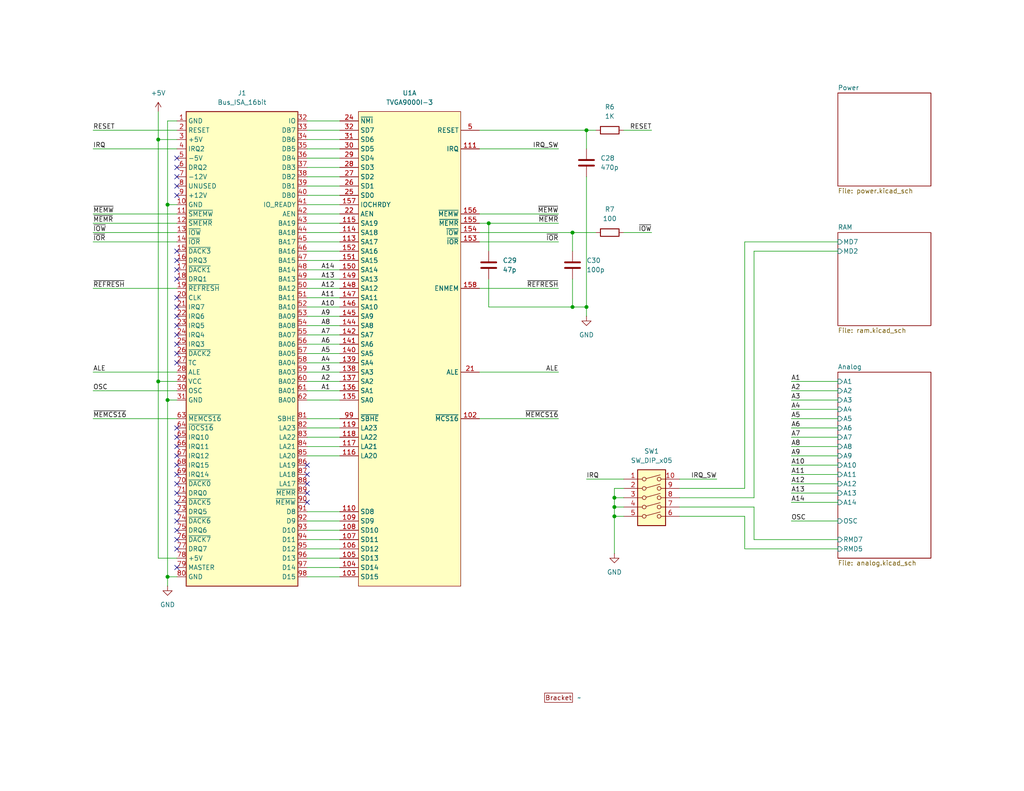
<source format=kicad_sch>
(kicad_sch (version 20231120) (generator "eeschema") (generator_version "8.0")
  (paper "USLetter")
  (lib_symbols
    (symbol "Connector:Bus_ISA_16bit"
      (property "Reference" "J" (at 0 67.945 0))
      (property "Value" "Bus_ISA_16bit" (at 0 -65.405 0))
      (symbol "Bus_ISA_16bit_0_1"
        (rectangle (start -15.24 -63.5) (end 15.24 66.04) (stroke (width 0.254)) (fill (type background)))
      )
      (symbol "Bus_ISA_16bit_1_1"
        (pin power_in line (at -17.78 63.5 0) (length 2.54) (name "GND") (number "1"))
        (pin power_in line (at -17.78 40.64 0) (length 2.54) (name "GND") (number "10"))
        (pin output line (at -17.78 38.1 0) (length 2.54) (name "~{SMEMW}") (number "11"))
        (pin output line (at -17.78 35.56 0) (length 2.54) (name "~{SMEMR}") (number "12"))
        (pin output line (at -17.78 33.02 0) (length 2.54) (name "~{IOW}") (number "13"))
        (pin output line (at -17.78 30.48 0) (length 2.54) (name "~{IOR}") (number "14"))
        (pin passive line (at -17.78 27.94 0) (length 2.54) (name "~{DACK3}") (number "15"))
        (pin passive line (at -17.78 25.4 0) (length 2.54) (name "DRQ3") (number "16"))
        (pin passive line (at -17.78 22.86 0) (length 2.54) (name "~{DACK1}") (number "17"))
        (pin passive line (at -17.78 20.32 0) (length 2.54) (name "DRQ1") (number "18"))
        (pin passive line (at -17.78 17.78 0) (length 2.54) (name "~{REFRESH}") (number "19"))
        (pin output line (at -17.78 60.96 0) (length 2.54) (name "RESET") (number "2"))
        (pin output line (at -17.78 15.24 0) (length 2.54) (name "CLK") (number "20"))
        (pin passive line (at -17.78 12.7 0) (length 2.54) (name "IRQ7") (number "21"))
        (pin passive line (at -17.78 10.16 0) (length 2.54) (name "IRQ6") (number "22"))
        (pin passive line (at -17.78 7.62 0) (length 2.54) (name "IRQ5") (number "23"))
        (pin passive line (at -17.78 5.08 0) (length 2.54) (name "IRQ4") (number "24"))
        (pin passive line (at -17.78 2.54 0) (length 2.54) (name "IRQ3") (number "25"))
        (pin passive line (at -17.78 0 0) (length 2.54) (name "~{DACK2}") (number "26"))
        (pin passive line (at -17.78 -2.54 0) (length 2.54) (name "TC") (number "27"))
        (pin output line (at -17.78 -5.08 0) (length 2.54) (name "ALE") (number "28"))
        (pin power_in line (at -17.78 -7.62 0) (length 2.54) (name "VCC") (number "29"))
        (pin power_in line (at -17.78 58.42 0) (length 2.54) (name "+5V") (number "3"))
        (pin output line (at -17.78 -10.16 0) (length 2.54) (name "OSC") (number "30"))
        (pin power_in line (at -17.78 -12.7 0) (length 2.54) (name "GND") (number "31"))
        (pin passive line (at 17.78 63.5 180) (length 2.54) (name "IO") (number "32"))
        (pin tri_state line (at 17.78 60.96 180) (length 2.54) (name "DB7") (number "33"))
        (pin tri_state line (at 17.78 58.42 180) (length 2.54) (name "DB6") (number "34"))
        (pin tri_state line (at 17.78 55.88 180) (length 2.54) (name "DB5") (number "35"))
        (pin tri_state line (at 17.78 53.34 180) (length 2.54) (name "DB4") (number "36"))
        (pin tri_state line (at 17.78 50.8 180) (length 2.54) (name "DB3") (number "37"))
        (pin tri_state line (at 17.78 48.26 180) (length 2.54) (name "DB2") (number "38"))
        (pin tri_state line (at 17.78 45.72 180) (length 2.54) (name "DB1") (number "39"))
        (pin passive line (at -17.78 55.88 0) (length 2.54) (name "IRQ2") (number "4"))
        (pin tri_state line (at 17.78 43.18 180) (length 2.54) (name "DB0") (number "40"))
        (pin passive line (at 17.78 40.64 180) (length 2.54) (name "IO_READY") (number "41"))
        (pin output line (at 17.78 38.1 180) (length 2.54) (name "AEN") (number "42"))
        (pin tri_state line (at 17.78 35.56 180) (length 2.54) (name "BA19") (number "43"))
        (pin tri_state line (at 17.78 33.02 180) (length 2.54) (name "BA18") (number "44"))
        (pin tri_state line (at 17.78 30.48 180) (length 2.54) (name "BA17") (number "45"))
        (pin tri_state line (at 17.78 27.94 180) (length 2.54) (name "BA16") (number "46"))
        (pin tri_state line (at 17.78 25.4 180) (length 2.54) (name "BA15") (number "47"))
        (pin tri_state line (at 17.78 22.86 180) (length 2.54) (name "BA14") (number "48"))
        (pin tri_state line (at 17.78 20.32 180) (length 2.54) (name "BA13") (number "49"))
        (pin power_in line (at -17.78 53.34 0) (length 2.54) (name "-5V") (number "5"))
        (pin tri_state line (at 17.78 17.78 180) (length 2.54) (name "BA12") (number "50"))
        (pin tri_state line (at 17.78 15.24 180) (length 2.54) (name "BA11") (number "51"))
        (pin tri_state line (at 17.78 12.7 180) (length 2.54) (name "BA10") (number "52"))
        (pin tri_state line (at 17.78 10.16 180) (length 2.54) (name "BA09") (number "53"))
        (pin tri_state line (at 17.78 7.62 180) (length 2.54) (name "BA08") (number "54"))
        (pin tri_state line (at 17.78 5.08 180) (length 2.54) (name "BA07") (number "55"))
        (pin tri_state line (at 17.78 2.54 180) (length 2.54) (name "BA06") (number "56"))
        (pin tri_state line (at 17.78 0 180) (length 2.54) (name "BA05") (number "57"))
        (pin tri_state line (at 17.78 -2.54 180) (length 2.54) (name "BA04") (number "58"))
        (pin tri_state line (at 17.78 -5.08 180) (length 2.54) (name "BA03") (number "59"))
        (pin passive line (at -17.78 50.8 0) (length 2.54) (name "DRQ2") (number "6"))
        (pin tri_state line (at 17.78 -7.62 180) (length 2.54) (name "BA02") (number "60"))
        (pin tri_state line (at 17.78 -10.16 180) (length 2.54) (name "BA01") (number "61"))
        (pin tri_state line (at 17.78 -12.7 180) (length 2.54) (name "BA00") (number "62"))
        (pin passive line (at -17.78 -17.78 0) (length 2.54) (name "~{MEMCS16}") (number "63"))
        (pin passive line (at -17.78 -20.32 0) (length 2.54) (name "~{IOCS16}") (number "64"))
        (pin passive line (at -17.78 -22.86 0) (length 2.54) (name "IRQ10") (number "65"))
        (pin passive line (at -17.78 -25.4 0) (length 2.54) (name "IRQ11") (number "66"))
        (pin passive line (at -17.78 -27.94 0) (length 2.54) (name "IRQ12") (number "67"))
        (pin passive line (at -17.78 -30.48 0) (length 2.54) (name "IRQ15") (number "68"))
        (pin passive line (at -17.78 -33.02 0) (length 2.54) (name "IRQ14") (number "69"))
        (pin power_in line (at -17.78 48.26 0) (length 2.54) (name "-12V") (number "7"))
        (pin output line (at -17.78 -35.56 0) (length 2.54) (name "~{DACK0}") (number "70"))
        (pin passive line (at -17.78 -38.1 0) (length 2.54) (name "DRQ0") (number "71"))
        (pin output line (at -17.78 -40.64 0) (length 2.54) (name "~{DACK5}") (number "72"))
        (pin passive line (at -17.78 -43.18 0) (length 2.54) (name "DRQ5") (number "73"))
        (pin output line (at -17.78 -45.72 0) (length 2.54) (name "~{DACK6}") (number "74"))
        (pin passive line (at -17.78 -48.26 0) (length 2.54) (name "DRQ6") (number "75"))
        (pin output line (at -17.78 -50.8 0) (length 2.54) (name "~{DACK7}") (number "76"))
        (pin passive line (at -17.78 -53.34 0) (length 2.54) (name "DRQ7") (number "77"))
        (pin power_in line (at -17.78 -55.88 0) (length 2.54) (name "+5V") (number "78"))
        (pin passive line (at -17.78 -58.42 0) (length 2.54) (name "MASTER") (number "79"))
        (pin passive line (at -17.78 45.72 0) (length 2.54) (name "UNUSED") (number "8"))
        (pin power_in line (at -17.78 -60.96 0) (length 2.54) (name "GND") (number "80"))
        (pin passive line (at 17.78 -17.78 180) (length 2.54) (name "SBHE") (number "81"))
        (pin passive line (at 17.78 -20.32 180) (length 2.54) (name "LA23") (number "82"))
        (pin passive line (at 17.78 -22.86 180) (length 2.54) (name "LA22") (number "83"))
        (pin passive line (at 17.78 -25.4 180) (length 2.54) (name "LA21") (number "84"))
        (pin passive line (at 17.78 -27.94 180) (length 2.54) (name "LA20") (number "85"))
        (pin passive line (at 17.78 -30.48 180) (length 2.54) (name "LA19") (number "86"))
        (pin passive line (at 17.78 -33.02 180) (length 2.54) (name "LA18") (number "87"))
        (pin passive line (at 17.78 -35.56 180) (length 2.54) (name "LA17") (number "88"))
        (pin output line (at 17.78 -38.1 180) (length 2.54) (name "~{MEMR}") (number "89"))
        (pin power_in line (at -17.78 43.18 0) (length 2.54) (name "+12V") (number "9"))
        (pin output line (at 17.78 -40.64 180) (length 2.54) (name "~{MEMW}") (number "90"))
        (pin tri_state line (at 17.78 -43.18 180) (length 2.54) (name "D8") (number "91"))
        (pin tri_state line (at 17.78 -45.72 180) (length 2.54) (name "D9") (number "92"))
        (pin tri_state line (at 17.78 -48.26 180) (length 2.54) (name "D10") (number "93"))
        (pin tri_state line (at 17.78 -50.8 180) (length 2.54) (name "D11") (number "94"))
        (pin tri_state line (at 17.78 -53.34 180) (length 2.54) (name "D12") (number "95"))
        (pin tri_state line (at 17.78 -55.88 180) (length 2.54) (name "D13") (number "96"))
        (pin tri_state line (at 17.78 -58.42 180) (length 2.54) (name "D14") (number "97"))
        (pin tri_state line (at 17.78 -60.96 180) (length 2.54) (name "D15") (number "98"))
      )
    )
    (symbol "Device:C" (pin_numbers hide) (pin_names (offset 0.254))
      (property "Reference" "C" (at 0.635 2.54 0))
      (property "Value" "C" (at 0.635 -2.54 0))
      (symbol "C_0_1"
        (polyline (pts (xy -2.032 -0.762) (xy 2.032 -0.762)) (stroke (width 0.508)))
        (polyline (pts (xy -2.032 0.762) (xy 2.032 0.762)) (stroke (width 0.508)))
      )
      (symbol "C_1_1"
        (pin passive line (at 0 3.81 270) (length 2.794) (name "~") (number "1"))
        (pin passive line (at 0 -3.81 90) (length 2.794) (name "~") (number "2"))
      )
    )
    (symbol "Device:R" (pin_numbers hide) (pin_names (offset 0))
      (property "Reference" "R" (at 2.032 0 90))
      (property "Value" "R" (at 0 0 90))
      (symbol "R_0_1"
        (rectangle (start -1.016 -2.54) (end 1.016 2.54) (stroke (width 0.254)))
      )
      (symbol "R_1_1"
        (pin passive line (at 0 3.81 270) (length 1.27) (name "~") (number "1"))
        (pin passive line (at 0 -3.81 90) (length 1.27) (name "~") (number "2"))
      )
    )
    (symbol "Switch:SW_DIP_x05" (pin_names (offset 0) hide)
      (property "Reference" "SW" (at 0 8.89 0))
      (property "Value" "SW_DIP_x05" (at 0 -8.89 0))
      (symbol "SW_DIP_x05_0_0"
        (circle (center -2.032 -5.08) (radius 0.508))
        (circle (center -2.032 -2.54) (radius 0.508))
        (circle (center -2.032 0) (radius 0.508))
        (circle (center -2.032 2.54) (radius 0.508))
        (circle (center -2.032 5.08) (radius 0.508))
        (polyline (pts (xy -1.524 -4.9276) (xy 2.3622 -3.8862)))
        (polyline (pts (xy -1.524 -2.3876) (xy 2.3622 -1.3462)))
        (polyline (pts (xy -1.524 0.127) (xy 2.3622 1.1684)))
        (polyline (pts (xy -1.524 2.667) (xy 2.3622 3.7084)))
        (polyline (pts (xy -1.524 5.207) (xy 2.3622 6.2484)))
        (circle (center 2.032 -5.08) (radius 0.508))
        (circle (center 2.032 -2.54) (radius 0.508))
        (circle (center 2.032 0) (radius 0.508))
        (circle (center 2.032 2.54) (radius 0.508))
        (circle (center 2.032 5.08) (radius 0.508))
      )
      (symbol "SW_DIP_x05_0_1"
        (rectangle (start -3.81 7.62) (end 3.81 -7.62) (stroke (width 0.254)) (fill (type background)))
      )
      (symbol "SW_DIP_x05_1_1"
        (pin passive line (at -7.62 5.08 0) (length 5.08) (name "~") (number "1"))
        (pin passive line (at 7.62 5.08 180) (length 5.08) (name "~") (number "10"))
        (pin passive line (at -7.62 2.54 0) (length 5.08) (name "~") (number "2"))
        (pin passive line (at -7.62 0 0) (length 5.08) (name "~") (number "3"))
        (pin passive line (at -7.62 -2.54 0) (length 5.08) (name "~") (number "4"))
        (pin passive line (at -7.62 -5.08 0) (length 5.08) (name "~") (number "5"))
        (pin passive line (at 7.62 -5.08 180) (length 5.08) (name "~") (number "6"))
        (pin passive line (at 7.62 -2.54 180) (length 5.08) (name "~") (number "7"))
        (pin passive line (at 7.62 0 180) (length 5.08) (name "~") (number "8"))
        (pin passive line (at 7.62 2.54 180) (length 5.08) (name "~") (number "9"))
      )
    )
    (symbol "pc-parts:9202"
      (symbol "9202_1_1"
        (rectangle (start -3.81 1.27) (end 3.81 -1.27))
        (text "Bracket" (at 0 0 0) (effects (font (size 1.27 1.27))))
      )
    )
    (symbol "pc-parts:TVGA9000i"
      (property "Reference" "U" (at 0 0 0))
      (property "Value" "TVGA9000I-3" (at 0 0 0))
      (symbol "TVGA9000i_1_0"
        (pin output line (at -19.05 -17.78 0) (length 5.08) (name "~{MCS16}") (number "102"))
        (pin bidirectional line (at 19.05 -60.96 180) (length 5.08) (name "SD15") (number "103"))
        (pin bidirectional line (at 19.05 -58.42 180) (length 5.08) (name "SD14") (number "104"))
        (pin bidirectional line (at 19.05 -55.88 180) (length 5.08) (name "SD13") (number "105"))
        (pin bidirectional line (at 19.05 -53.34 180) (length 5.08) (name "SD12") (number "106"))
        (pin bidirectional line (at 19.05 -50.8 180) (length 5.08) (name "SD11") (number "107"))
        (pin bidirectional line (at 19.05 -48.26 180) (length 5.08) (name "SD10") (number "108"))
        (pin bidirectional line (at 19.05 -45.72 180) (length 5.08) (name "SD9") (number "109"))
        (pin bidirectional line (at 19.05 -43.18 180) (length 5.08) (name "SD8") (number "110"))
        (pin output line (at -19.05 55.88 0) (length 5.08) (name "IRQ") (number "111"))
        (pin input line (at 19.05 30.48 180) (length 5.08) (name "SA17") (number "113"))
        (pin input line (at 19.05 33.02 180) (length 5.08) (name "SA18") (number "114"))
        (pin input line (at 19.05 35.56 180) (length 5.08) (name "SA19") (number "115"))
        (pin input line (at 19.05 -27.94 180) (length 5.08) (name "LA20") (number "116"))
        (pin input line (at 19.05 -25.4 180) (length 5.08) (name "LA21") (number "117"))
        (pin input line (at 19.05 -22.86 180) (length 5.08) (name "LA22") (number "118"))
        (pin input line (at 19.05 -20.32 180) (length 5.08) (name "LA23") (number "119"))
        (pin bidirectional line (at 19.05 -12.7 180) (length 5.08) (name "SA0") (number "135"))
        (pin bidirectional line (at 19.05 -10.16 180) (length 5.08) (name "SA1") (number "136"))
        (pin bidirectional line (at 19.05 -7.62 180) (length 5.08) (name "SA2") (number "137"))
        (pin bidirectional line (at 19.05 -5.08 180) (length 5.08) (name "SA3") (number "138"))
        (pin bidirectional line (at 19.05 -2.54 180) (length 5.08) (name "SA4") (number "139"))
        (pin bidirectional line (at 19.05 0 180) (length 5.08) (name "SA5") (number "140"))
        (pin bidirectional line (at 19.05 2.54 180) (length 5.08) (name "SA6") (number "141"))
        (pin bidirectional line (at 19.05 5.08 180) (length 5.08) (name "SA7") (number "142"))
        (pin bidirectional line (at 19.05 7.62 180) (length 5.08) (name "SA8") (number "144"))
        (pin bidirectional line (at 19.05 10.16 180) (length 5.08) (name "SA9") (number "145"))
        (pin bidirectional line (at 19.05 12.7 180) (length 5.08) (name "SA10") (number "146"))
        (pin bidirectional line (at 19.05 15.24 180) (length 5.08) (name "SA11") (number "147"))
        (pin bidirectional line (at 19.05 17.78 180) (length 5.08) (name "SA12") (number "148"))
        (pin bidirectional line (at 19.05 20.32 180) (length 5.08) (name "SA13") (number "149"))
        (pin bidirectional line (at 19.05 22.86 180) (length 5.08) (name "SA14") (number "150"))
        (pin bidirectional line (at 19.05 25.4 180) (length 5.08) (name "SA15") (number "151"))
        (pin bidirectional line (at 19.05 27.94 180) (length 5.08) (name "SA16") (number "152"))
        (pin input line (at -19.05 30.48 0) (length 5.08) (name "~{IOR}") (number "153"))
        (pin input line (at -19.05 33.02 0) (length 5.08) (name "~{IOW}") (number "154"))
        (pin input line (at -19.05 35.56 0) (length 5.08) (name "~{MEMR}") (number "155"))
        (pin input line (at -19.05 38.1 0) (length 5.08) (name "~{MEMW}") (number "156"))
        (pin output line (at 19.05 40.64 180) (length 5.08) (name "IOCHRDY") (number "157"))
        (pin input line (at -19.05 17.78 0) (length 5.08) (name "ENMEM") (number "158"))
        (pin input line (at -19.05 -5.08 0) (length 5.08) (name "ALE") (number "21"))
        (pin input line (at 19.05 38.1 180) (length 5.08) (name "AEN") (number "22"))
        (pin output line (at 19.05 63.5 180) (length 5.08) (name "~{NMI}") (number "24"))
        (pin bidirectional line (at 19.05 43.18 180) (length 5.08) (name "SD0") (number "25"))
        (pin bidirectional line (at 19.05 45.72 180) (length 5.08) (name "SD1") (number "26"))
        (pin bidirectional line (at 19.05 48.26 180) (length 5.08) (name "SD2") (number "27"))
        (pin bidirectional line (at 19.05 50.8 180) (length 5.08) (name "SD3") (number "28"))
        (pin bidirectional line (at 19.05 53.34 180) (length 5.08) (name "SD4") (number "29"))
        (pin bidirectional line (at 19.05 55.88 180) (length 5.08) (name "SD5") (number "30"))
        (pin bidirectional line (at 19.05 58.42 180) (length 5.08) (name "SD6") (number "31"))
        (pin bidirectional line (at 19.05 60.96 180) (length 5.08) (name "SD7") (number "32"))
        (pin input line (at -19.05 60.96 0) (length 5.08) (name "RESET") (number "5"))
        (pin input line (at 19.05 -17.78 180) (length 5.08) (name "~{SBHE}") (number "99"))
      )
      (symbol "TVGA9000i_1_1"
        (rectangle (start -13.97 66.04) (end 13.97 -63.5) (fill (type background)))
      )
      (symbol "TVGA9000i_2_0"
        (pin bidirectional line (at 20.32 -26.67 180) (length 5.08) (name "DMCLK") (number "129"))
        (pin output line (at -20.32 -1.27 0) (length 5.08) (name "MAA0") (number "52"))
        (pin output line (at -20.32 1.27 0) (length 5.08) (name "MAA1") (number "53"))
        (pin output line (at -20.32 3.81 0) (length 5.08) (name "MAA2") (number "54"))
        (pin output line (at -20.32 6.35 0) (length 5.08) (name "MAA3") (number "55"))
        (pin output line (at -20.32 8.89 0) (length 5.08) (name "MAA4") (number "56"))
        (pin output line (at -20.32 11.43 0) (length 5.08) (name "MAA5") (number "57"))
        (pin output line (at -20.32 13.97 0) (length 5.08) (name "MAA6") (number "59"))
        (pin output line (at -20.32 16.51 0) (length 5.08) (name "MAA7") (number "60"))
        (pin output line (at -20.32 19.05 0) (length 5.08) (name "MAA8") (number "61"))
        (pin bidirectional line (at 20.32 -21.59 180) (length 5.08) (name "MD0") (number "64"))
        (pin bidirectional line (at 20.32 -19.05 180) (length 5.08) (name "MD1") (number "65"))
        (pin bidirectional line (at 20.32 -16.51 180) (length 5.08) (name "MD2") (number "66"))
        (pin bidirectional line (at 20.32 -13.97 180) (length 5.08) (name "MD3") (number "67"))
        (pin bidirectional line (at 20.32 -11.43 180) (length 5.08) (name "MD4") (number "68"))
        (pin bidirectional line (at 20.32 -8.89 180) (length 5.08) (name "MD5") (number "70"))
        (pin bidirectional line (at 20.32 -6.35 180) (length 5.08) (name "MD6") (number "71"))
        (pin bidirectional line (at 20.32 -3.81 180) (length 5.08) (name "MD7") (number "72"))
        (pin output line (at -20.32 -26.67 0) (length 5.08) (name "MAB0") (number "73"))
        (pin output line (at -20.32 -24.13 0) (length 5.08) (name "MAB1") (number "74"))
        (pin output line (at -20.32 -21.59 0) (length 5.08) (name "MAB2") (number "75"))
        (pin output line (at -20.32 -19.05 0) (length 5.08) (name "MAB3") (number "76"))
        (pin output line (at -20.32 -16.51 0) (length 5.08) (name "MAB4") (number "77"))
        (pin output line (at -20.32 -13.97 0) (length 5.08) (name "MAB5") (number "78"))
        (pin output line (at -20.32 -11.43 0) (length 5.08) (name "MAB6") (number "82"))
        (pin output line (at -20.32 -8.89 0) (length 5.08) (name "MAB7") (number "83"))
        (pin output line (at -20.32 -6.35 0) (length 5.08) (name "MAB8") (number "84"))
        (pin output line (at -20.32 26.67 0) (length 5.08) (name "~{CAS}") (number "85"))
        (pin output line (at -20.32 24.13 0) (length 5.08) (name "~{RAS}") (number "86"))
        (pin output line (at 20.32 26.67 180) (length 5.08) (name "~{WE2}") (number "87"))
        (pin output line (at 20.32 24.13 180) (length 5.08) (name "~{WE0}") (number "88"))
        (pin bidirectional line (at 20.32 1.27 180) (length 5.08) (name "MD16") (number "89"))
        (pin bidirectional line (at 20.32 3.81 180) (length 5.08) (name "MD17") (number "90"))
        (pin bidirectional line (at 20.32 6.35 180) (length 5.08) (name "MD18") (number "91"))
        (pin bidirectional line (at 20.32 8.89 180) (length 5.08) (name "MD19") (number "92"))
        (pin bidirectional line (at 20.32 11.43 180) (length 5.08) (name "MD20") (number "93"))
        (pin bidirectional line (at 20.32 13.97 180) (length 5.08) (name "MD21") (number "94"))
        (pin bidirectional line (at 20.32 16.51 180) (length 5.08) (name "MD22") (number "95"))
        (pin bidirectional line (at 20.32 19.05 180) (length 5.08) (name "MD23") (number "96"))
      )
      (symbol "TVGA9000i_2_1"
        (rectangle (start -15.24 30.48) (end 15.24 -30.48) (fill (type background)))
      )
      (symbol "TVGA9000i_3_0"
        (pin bidirectional line (at 20.32 -2.54 180) (length 5.08) (name "P6") (number "10"))
        (pin output line (at 20.32 12.7 180) (length 5.08) (name "OUTP0") (number "100"))
        (pin bidirectional line (at 20.32 -5.08 180) (length 5.08) (name "P5") (number "11"))
        (pin bidirectional line (at 20.32 -7.62 180) (length 5.08) (name "P4") (number "12"))
        (pin output line (at 20.32 15.24 180) (length 5.08) (name "VLF") (number "125"))
        (pin bidirectional line (at 20.32 -10.16 180) (length 5.08) (name "P3") (number "14"))
        (pin bidirectional line (at 20.32 -12.7 180) (length 5.08) (name "P2") (number "15"))
        (pin bidirectional line (at 20.32 -20.32 180) (length 5.08) (name "PCLK") (number "159"))
        (pin bidirectional line (at 20.32 -15.24 180) (length 5.08) (name "P1") (number "16"))
        (pin bidirectional line (at 20.32 -17.78 180) (length 5.08) (name "P0") (number "17"))
        (pin input line (at 20.32 7.62 180) (length 5.08) (name "IRSET") (number "18"))
        (pin output line (at 20.32 27.94 180) (length 5.08) (name "B") (number "2"))
        (pin input line (at 20.32 5.08 180) (length 5.08) (name "VREF") (number "20"))
        (pin output line (at 20.32 25.4 180) (length 5.08) (name "G") (number "3"))
        (pin bidirectional line (at -20.32 -3.81 0) (length 5.08) (name "RMD7") (number "33"))
        (pin bidirectional line (at -20.32 -1.27 0) (length 5.08) (name "RMD6") (number "34"))
        (pin bidirectional line (at -20.32 1.27 0) (length 5.08) (name "RMD5") (number "35"))
        (pin bidirectional line (at -20.32 3.81 0) (length 5.08) (name "RMD4") (number "36"))
        (pin bidirectional line (at -20.32 6.35 0) (length 5.08) (name "RMD3") (number "37"))
        (pin bidirectional line (at -20.32 8.89 0) (length 5.08) (name "RMD2") (number "38"))
        (pin bidirectional line (at -20.32 11.43 0) (length 5.08) (name "RMD1") (number "39"))
        (pin output line (at 20.32 22.86 180) (length 5.08) (name "R") (number "4"))
        (pin bidirectional line (at -20.32 13.97 0) (length 5.08) (name "RMD0") (number "43"))
        (pin bidirectional line (at 20.32 -22.86 180) (length 5.08) (name "~{BLANK}") (number "44"))
        (pin output line (at -20.32 -8.89 0) (length 5.08) (name "ROMCS") (number "45"))
        (pin input line (at 20.32 20.32 180) (length 5.08) (name "MONITOR") (number "46"))
        (pin output line (at 20.32 33.02 180) (length 5.08) (name "VSYNC") (number "47"))
        (pin output line (at 20.32 30.48 180) (length 5.08) (name "HSYNC") (number "48"))
        (pin input line (at 20.32 -33.02 180) (length 5.08) (name "EVIDEO") (number "49"))
        (pin input line (at 20.32 -30.48 180) (length 5.08) (name "EDCLK") (number "50"))
        (pin input line (at 20.32 -27.94 180) (length 5.08) (name "ESYNC") (number "51"))
        (pin bidirectional line (at 20.32 0 180) (length 5.08) (name "P7") (number "9"))
        (pin output line (at -20.32 -11.43 0) (length 5.08) (name "ROMBA0") (number "97"))
        (pin output line (at -20.32 -13.97 0) (length 5.08) (name "ROMCLK") (number "98"))
      )
      (symbol "TVGA9000i_3_1"
        (rectangle (start -15.24 35.56) (end 15.24 -35.56) (fill (type background)))
      )
      (symbol "TVGA9000i_4_0"
        (pin power_in line (at -17.78 -20.32 90) (length 5.08) (name "AVSS2") (number "1"))
        (pin power_in line (at 10.16 -20.32 90) (length 5.08) (name "VSS") (number "101"))
        (pin no_connect line (at 30.48 1.27 180) (length 5.08) (name "RESERVED") (number "112"))
        (pin power_in line (at 2.54 20.32 270) (length 5.08) (name "VDD") (number "120"))
        (pin power_in line (at 12.7 -20.32 90) (length 5.08) (name "VSS") (number "121"))
        (pin power_in line (at 15.24 -20.32 90) (length 5.08) (name "VSS") (number "122"))
        (pin no_connect line (at 30.48 -1.27 180) (length 5.08) (name "RESERVED") (number "123"))
        (pin power_in line (at -17.78 20.32 270) (length 5.08) (name "AVDD1") (number "124"))
        (pin power_in line (at -20.32 -20.32 90) (length 5.08) (name "AVSS1") (number "126"))
        (pin no_connect line (at 30.48 -3.81 180) (length 5.08) (name "RESERVED") (number "127"))
        (pin power_in line (at -12.7 -20.32 90) (length 5.08) (name "DVSS1") (number "128"))
        (pin power_in line (at -15.24 20.32 270) (length 5.08) (name "AVDD2") (number "13"))
        (pin power_in line (at -7.62 20.32 270) (length 5.08) (name "DVDD1") (number "130"))
        (pin output line (at -30.48 1.27 0) (length 5.08) (name "XTL1") (number "131"))
        (pin output line (at 30.48 6.35 180) (length 5.08) (name "MLF(RES)") (number "132"))
        (pin input line (at -30.48 -1.27 0) (length 5.08) (name "XTL2") (number "133"))
        (pin power_in line (at 0 20.32 270) (length 5.08) (name "VDD") (number "134"))
        (pin power_in line (at 17.78 -20.32 90) (length 5.08) (name "VSS") (number "143"))
        (pin power_in line (at 20.32 -20.32 90) (length 5.08) (name "VSS") (number "160"))
        (pin power_in line (at 15.24 20.32 270) (length 5.08) (name "VDD") (number "19"))
        (pin power_in line (at -5.08 -20.32 90) (length 5.08) (name "VSS") (number "23"))
        (pin power_in line (at 12.7 20.32 270) (length 5.08) (name "VDD") (number "40"))
        (pin power_in line (at -2.54 -20.32 90) (length 5.08) (name "VSS") (number "41"))
        (pin power_in line (at 0 -20.32 90) (length 5.08) (name "VSS") (number "42"))
        (pin power_in line (at 2.54 -20.32 90) (length 5.08) (name "VSS") (number "58"))
        (pin power_in line (at -12.7 20.32 270) (length 5.08) (name "AVDD2") (number "6"))
        (pin power_in line (at 10.16 20.32 270) (length 5.08) (name "VDD") (number "62"))
        (pin no_connect line (at 30.48 -6.35 180) (length 5.08) (name "MCA_RESERVED") (number "63"))
        (pin power_in line (at 7.62 20.32 270) (length 5.08) (name "VDD") (number "69"))
        (pin power_in line (at -10.16 -20.32 90) (length 5.08) (name "DVSS2") (number "7"))
        (pin power_in line (at 5.08 -20.32 90) (length 5.08) (name "VSS") (number "79"))
        (pin power_in line (at -5.08 20.32 270) (length 5.08) (name "DVDD2") (number "8"))
        (pin power_in line (at 7.62 -20.32 90) (length 5.08) (name "VSS") (number "80"))
        (pin power_in line (at 5.08 20.32 270) (length 5.08) (name "VDD") (number "81"))
      )
      (symbol "TVGA9000i_4_1"
        (rectangle (start -25.4 15.24) (end 25.4 -15.24) (fill (type background)))
      )
    )
    (symbol "power:+5V" (power) (pin_numbers hide) (pin_names (offset 0) hide)
      (property "Value" "+5V" (at 0 3.556 0))
      (symbol "+5V_0_1"
        (polyline (pts (xy -0.762 1.27) (xy 0 2.54)))
        (polyline (pts (xy 0 0) (xy 0 2.54)))
        (polyline (pts (xy 0 2.54) (xy 0.762 1.27)))
      )
      (symbol "+5V_1_1"
        (pin power_in line (at 0 0 90) (length 0) (name "~") (number "1"))
      )
    )
    (symbol "power:GND" (power) (pin_numbers hide) (pin_names (offset 0) hide)
      (property "Value" "GND" (at 0 -3.81 0))
      (symbol "GND_0_1"
        (polyline (pts (xy 0 0) (xy 0 -1.27) (xy 1.27 -1.27) (xy 0 -2.54) (xy -1.27 -1.27) (xy 0 -1.27)))
      )
      (symbol "GND_1_1"
        (pin power_in line (at 0 0 270) (length 0) (name "~") (number "1"))
      )
    )
  )
  (junction (at 45.72 55.88))
  (junction (at 156.21 83.82))
  (junction (at 133.35 60.96))
  (junction (at 45.72 109.22))
  (junction (at 160.02 83.82))
  (junction (at 156.21 63.5))
  (junction (at 167.64 135.89))
  (junction (at 167.64 140.97))
  (junction (at 167.64 138.43))
  (junction (at 160.02 35.56))
  (junction (at 43.18 38.1))
  (junction (at 43.18 104.14))
  (junction (at 45.72 157.48))
  (no_connect (at 48.26 96.52))
  (no_connect (at 83.82 132.08))
  (no_connect (at 48.26 119.38))
  (no_connect (at 48.26 53.34))
  (no_connect (at 48.26 116.84))
  (no_connect (at 48.26 68.58))
  (no_connect (at 48.26 154.94))
  (no_connect (at 48.26 137.16))
  (no_connect (at 83.82 134.62))
  (no_connect (at 48.26 76.2))
  (no_connect (at 48.26 121.92))
  (no_connect (at 48.26 127))
  (no_connect (at 48.26 48.26))
  (no_connect (at 48.26 50.8))
  (no_connect (at 83.82 127))
  (no_connect (at 48.26 93.98))
  (no_connect (at 48.26 88.9))
  (no_connect (at 48.26 71.12))
  (no_connect (at 48.26 91.44))
  (no_connect (at 48.26 149.86))
  (no_connect (at 48.26 144.78))
  (no_connect (at 48.26 81.28))
  (no_connect (at 48.26 132.08))
  (no_connect (at 83.82 129.54))
  (no_connect (at 48.26 99.06))
  (no_connect (at 48.26 45.72))
  (no_connect (at 48.26 129.54))
  (no_connect (at 48.26 139.7))
  (no_connect (at 48.26 86.36))
  (no_connect (at 48.26 134.62))
  (no_connect (at 48.26 83.82))
  (no_connect (at 48.26 147.32))
  (no_connect (at 83.82 137.16))
  (no_connect (at 48.26 142.24))
  (no_connect (at 48.26 73.66))
  (no_connect (at 48.26 43.18))
  (no_connect (at 48.26 124.46))
  (wire (pts (xy 130.81 35.56) (xy 160.02 35.56)))
  (wire (pts (xy 215.9 114.3) (xy 228.6 114.3)))
  (wire (pts (xy 83.82 116.84) (xy 92.71 116.84)))
  (wire (pts (xy 203.2 149.86) (xy 228.6 149.86)))
  (wire (pts (xy 167.64 138.43) (xy 170.18 138.43)))
  (wire (pts (xy 43.18 30.48) (xy 43.18 38.1)))
  (wire (pts (xy 185.42 130.81) (xy 195.58 130.81)))
  (wire (pts (xy 83.82 101.6) (xy 92.71 101.6)))
  (wire (pts (xy 133.35 60.96) (xy 133.35 68.58)))
  (wire (pts (xy 45.72 157.48) (xy 45.72 109.22)))
  (wire (pts (xy 160.02 130.81) (xy 170.18 130.81)))
  (wire (pts (xy 83.82 71.12) (xy 92.71 71.12)))
  (wire (pts (xy 215.9 106.68) (xy 228.6 106.68)))
  (wire (pts (xy 156.21 83.82) (xy 133.35 83.82)))
  (wire (pts (xy 203.2 66.04) (xy 203.2 133.35)))
  (wire (pts (xy 170.18 35.56) (xy 177.8 35.56)))
  (wire (pts (xy 48.26 157.48) (xy 45.72 157.48)))
  (wire (pts (xy 152.4 58.42) (xy 130.81 58.42)))
  (wire (pts (xy 25.4 40.64) (xy 48.26 40.64)))
  (wire (pts (xy 83.82 154.94) (xy 92.71 154.94)))
  (wire (pts (xy 45.72 55.88) (xy 45.72 33.02)))
  (wire (pts (xy 25.4 60.96) (xy 48.26 60.96)))
  (wire (pts (xy 205.74 138.43) (xy 185.42 138.43)))
  (wire (pts (xy 83.82 147.32) (xy 92.71 147.32)))
  (wire (pts (xy 130.81 63.5) (xy 156.21 63.5)))
  (wire (pts (xy 167.64 140.97) (xy 167.64 151.13)))
  (wire (pts (xy 215.9 109.22) (xy 228.6 109.22)))
  (wire (pts (xy 160.02 48.26) (xy 160.02 83.82)))
  (wire (pts (xy 160.02 83.82) (xy 160.02 86.36)))
  (wire (pts (xy 83.82 45.72) (xy 92.71 45.72)))
  (wire (pts (xy 152.4 114.3) (xy 130.81 114.3)))
  (wire (pts (xy 215.9 134.62) (xy 228.6 134.62)))
  (wire (pts (xy 45.72 157.48) (xy 45.72 160.02)))
  (wire (pts (xy 215.9 129.54) (xy 228.6 129.54)))
  (wire (pts (xy 167.64 138.43) (xy 167.64 140.97)))
  (wire (pts (xy 45.72 109.22) (xy 45.72 55.88)))
  (wire (pts (xy 83.82 104.14) (xy 92.71 104.14)))
  (wire (pts (xy 205.74 68.58) (xy 228.6 68.58)))
  (wire (pts (xy 167.64 140.97) (xy 170.18 140.97)))
  (wire (pts (xy 25.4 106.68) (xy 48.26 106.68)))
  (wire (pts (xy 156.21 63.5) (xy 156.21 68.58)))
  (wire (pts (xy 83.82 43.18) (xy 92.71 43.18)))
  (wire (pts (xy 83.82 60.96) (xy 92.71 60.96)))
  (wire (pts (xy 83.82 139.7) (xy 92.71 139.7)))
  (wire (pts (xy 215.9 111.76) (xy 228.6 111.76)))
  (wire (pts (xy 45.72 109.22) (xy 48.26 109.22)))
  (wire (pts (xy 215.9 127) (xy 228.6 127)))
  (wire (pts (xy 83.82 40.64) (xy 92.71 40.64)))
  (wire (pts (xy 83.82 53.34) (xy 92.71 53.34)))
  (wire (pts (xy 167.64 135.89) (xy 167.64 138.43)))
  (wire (pts (xy 215.9 121.92) (xy 228.6 121.92)))
  (wire (pts (xy 167.64 133.35) (xy 170.18 133.35)))
  (wire (pts (xy 83.82 55.88) (xy 92.71 55.88)))
  (wire (pts (xy 130.81 40.64) (xy 152.4 40.64)))
  (wire (pts (xy 215.9 132.08) (xy 228.6 132.08)))
  (wire (pts (xy 83.82 157.48) (xy 92.71 157.48)))
  (wire (pts (xy 83.82 119.38) (xy 92.71 119.38)))
  (wire (pts (xy 43.18 104.14) (xy 48.26 104.14)))
  (wire (pts (xy 25.4 78.74) (xy 48.26 78.74)))
  (wire (pts (xy 25.4 35.56) (xy 48.26 35.56)))
  (wire (pts (xy 83.82 114.3) (xy 92.71 114.3)))
  (wire (pts (xy 83.82 81.28) (xy 92.71 81.28)))
  (wire (pts (xy 45.72 55.88) (xy 48.26 55.88)))
  (wire (pts (xy 185.42 140.97) (xy 203.2 140.97)))
  (wire (pts (xy 83.82 38.1) (xy 92.71 38.1)))
  (wire (pts (xy 152.4 66.04) (xy 130.81 66.04)))
  (wire (pts (xy 170.18 63.5) (xy 177.8 63.5)))
  (wire (pts (xy 160.02 35.56) (xy 160.02 40.64)))
  (wire (pts (xy 48.26 38.1) (xy 43.18 38.1)))
  (wire (pts (xy 167.64 135.89) (xy 170.18 135.89)))
  (wire (pts (xy 25.4 66.04) (xy 48.26 66.04)))
  (wire (pts (xy 83.82 142.24) (xy 92.71 142.24)))
  (wire (pts (xy 25.4 58.42) (xy 48.26 58.42)))
  (wire (pts (xy 25.4 101.6) (xy 48.26 101.6)))
  (wire (pts (xy 215.9 124.46) (xy 228.6 124.46)))
  (wire (pts (xy 83.82 106.68) (xy 92.71 106.68)))
  (wire (pts (xy 83.82 91.44) (xy 92.71 91.44)))
  (wire (pts (xy 167.64 133.35) (xy 167.64 135.89)))
  (wire (pts (xy 83.82 33.02) (xy 92.71 33.02)))
  (wire (pts (xy 83.82 35.56) (xy 92.71 35.56)))
  (wire (pts (xy 83.82 76.2) (xy 92.71 76.2)))
  (wire (pts (xy 133.35 60.96) (xy 152.4 60.96)))
  (wire (pts (xy 130.81 60.96) (xy 133.35 60.96)))
  (wire (pts (xy 45.72 33.02) (xy 48.26 33.02)))
  (wire (pts (xy 156.21 63.5) (xy 162.56 63.5)))
  (wire (pts (xy 83.82 121.92) (xy 92.71 121.92)))
  (wire (pts (xy 185.42 135.89) (xy 205.74 135.89)))
  (wire (pts (xy 43.18 104.14) (xy 43.18 152.4)))
  (wire (pts (xy 83.82 66.04) (xy 92.71 66.04)))
  (wire (pts (xy 160.02 83.82) (xy 156.21 83.82)))
  (wire (pts (xy 160.02 35.56) (xy 162.56 35.56)))
  (wire (pts (xy 83.82 68.58) (xy 92.71 68.58)))
  (wire (pts (xy 215.9 137.16) (xy 228.6 137.16)))
  (wire (pts (xy 83.82 152.4) (xy 92.71 152.4)))
  (wire (pts (xy 83.82 58.42) (xy 92.71 58.42)))
  (wire (pts (xy 83.82 73.66) (xy 92.71 73.66)))
  (wire (pts (xy 83.82 144.78) (xy 92.71 144.78)))
  (wire (pts (xy 83.82 93.98) (xy 92.71 93.98)))
  (wire (pts (xy 83.82 149.86) (xy 92.71 149.86)))
  (wire (pts (xy 83.82 63.5) (xy 92.71 63.5)))
  (wire (pts (xy 83.82 124.46) (xy 92.71 124.46)))
  (wire (pts (xy 228.6 147.32) (xy 205.74 147.32)))
  (wire (pts (xy 203.2 140.97) (xy 203.2 149.86)))
  (wire (pts (xy 205.74 147.32) (xy 205.74 138.43)))
  (wire (pts (xy 228.6 66.04) (xy 203.2 66.04)))
  (wire (pts (xy 43.18 152.4) (xy 48.26 152.4)))
  (wire (pts (xy 83.82 48.26) (xy 92.71 48.26)))
  (wire (pts (xy 133.35 83.82) (xy 133.35 76.2)))
  (wire (pts (xy 83.82 99.06) (xy 92.71 99.06)))
  (wire (pts (xy 152.4 78.74) (xy 130.81 78.74)))
  (wire (pts (xy 83.82 109.22) (xy 92.71 109.22)))
  (wire (pts (xy 205.74 135.89) (xy 205.74 68.58)))
  (wire (pts (xy 83.82 86.36) (xy 92.71 86.36)))
  (wire (pts (xy 25.4 63.5) (xy 48.26 63.5)))
  (wire (pts (xy 83.82 88.9) (xy 92.71 88.9)))
  (wire (pts (xy 215.9 104.14) (xy 228.6 104.14)))
  (wire (pts (xy 215.9 119.38) (xy 228.6 119.38)))
  (wire (pts (xy 43.18 38.1) (xy 43.18 104.14)))
  (wire (pts (xy 83.82 78.74) (xy 92.71 78.74)))
  (wire (pts (xy 156.21 76.2) (xy 156.21 83.82)))
  (wire (pts (xy 215.9 142.24) (xy 228.6 142.24)))
  (wire (pts (xy 25.4 114.3) (xy 48.26 114.3)))
  (wire (pts (xy 83.82 83.82) (xy 92.71 83.82)))
  (wire (pts (xy 152.4 101.6) (xy 130.81 101.6)))
  (wire (pts (xy 203.2 133.35) (xy 185.42 133.35)))
  (wire (pts (xy 215.9 116.84) (xy 228.6 116.84)))
  (wire (pts (xy 83.82 50.8) (xy 92.71 50.8)))
  (wire (pts (xy 83.82 96.52) (xy 92.71 96.52)))
  (label "~{IOR}" (at 25.4 66.04 0))
  (label "A4" (at 87.63 99.06 0))
  (label "IRQ_SW" (at 195.58 130.81 180))
  (label "OSC" (at 215.9 142.24 0))
  (label "A3" (at 215.9 109.22 0))
  (label "A14" (at 87.63 73.66 0))
  (label "OSC" (at 25.4 106.68 0))
  (label "~{REFRESH}" (at 152.4 78.74 180))
  (label "A3" (at 87.63 101.6 0))
  (label "A11" (at 87.63 81.28 0))
  (label "ALE" (at 152.4 101.6 180))
  (label "A12" (at 215.9 132.08 0))
  (label "IRQ_SW" (at 152.4 40.64 180))
  (label "A13" (at 215.9 134.62 0))
  (label "A10" (at 87.63 83.82 0))
  (label "A10" (at 215.9 127 0))
  (label "A9" (at 215.9 124.46 0))
  (label "A2" (at 215.9 106.68 0))
  (label "A7" (at 87.63 91.44 0))
  (label "~{IOW}" (at 25.4 63.5 0))
  (label "A14" (at 215.9 137.16 0))
  (label "A5" (at 215.9 114.3 0))
  (label "A13" (at 87.63 76.2 0))
  (label "~{IOR}" (at 152.4 66.04 180))
  (label "~{MEMCS16}" (at 25.4 114.3 0))
  (label "~{MEMW}" (at 152.4 58.42 180))
  (label "RESET" (at 177.8 35.56 180))
  (label "~{REFRESH}" (at 25.4 78.74 0))
  (label "A6" (at 215.9 116.84 0))
  (label "A12" (at 87.63 78.74 0))
  (label "A9" (at 87.63 86.36 0))
  (label "IRQ" (at 25.4 40.64 0))
  (label "A6" (at 87.63 93.98 0))
  (label "A7" (at 215.9 119.38 0))
  (label "A2" (at 87.63 104.14 0))
  (label "A8" (at 87.63 88.9 0))
  (label "A11" (at 215.9 129.54 0))
  (label "~{MEMW}" (at 25.4 58.42 0))
  (label "RESET" (at 25.4 35.56 0))
  (label "~{IOW}" (at 177.8 63.5 180))
  (label "A4" (at 215.9 111.76 0))
  (label "A1" (at 87.63 106.68 0))
  (label "~{MEMR}" (at 152.4 60.96 180))
  (label "IRQ" (at 160.02 130.81 0))
  (label "ALE" (at 25.4 101.6 0))
  (label "~{MEMCS16}" (at 152.4 114.3 180))
  (label "A5" (at 87.63 96.52 0))
  (label "A1" (at 215.9 104.14 0))
  (label "~{MEMR}" (at 25.4 60.96 0))
  (label "A8" (at 215.9 121.92 0))
  (symbol (lib_id "Device:C") (at 133.35 72.39 0) (unit 1)
    (property "Reference" "C29" (at 137.16 71.1199 0) (effects (justify left)))
    (property "Value" "47p" (at 137.16 73.6599 0) (effects (justify left)))
    (property "Footprint" "Capacitor_SMD:C_0603_1608Metric_Pad1.08x0.95mm_HandSolder" (effects (hide yes)))
    (property "Description" "Unpolarized capacitor" (effects (hide yes)))
  )
  (symbol (lib_id "power:GND") (at 167.64 151.13 0) (unit 1)
    (property "Reference" "#PWR036" (effects (hide yes)))
    (property "Value" "GND" (at 167.64 156.21 0))
    (property "Description" "Power symbol creates a global label with name \"GND\" , ground" (effects (hide yes)))
  )
  (symbol (lib_id "Switch:SW_DIP_x05") (at 177.8 135.89 0) (unit 1)
    (property "Reference" "SW1" (at 177.8 123.19 0))
    (property "Value" "SW_DIP_x05" (at 177.8 125.73 0))
    (property "Footprint" "Button_Switch_THT:SW_DIP_SPSTx05_Slide_9.78x14.88mm_W7.62mm_P2.54mm" (effects (hide yes)))
    (property "Description" "5x DIP Switch, Single Pole Single Throw (SPST) switch, small symbol" (effects (hide yes)))
  )
  (symbol (lib_id "Connector:Bus_ISA_16bit") (at 66.04 96.52 0) (unit 1)
    (property "Reference" "J1" (at 66.04 25.4 0))
    (property "Value" "Bus_ISA_16bit" (at 66.04 27.94 0))
    (property "Footprint" "Connector_PCBEdge:BUS_AT" (effects (hide yes)))
    (property "Datasheet" "https://en.wikipedia.org/wiki/Industry_Standard_Architecture" (effects (hide yes)))
    (property "Description" "16-bit ISA-AT bus connector" (effects (hide yes)))
  )
  (symbol (lib_id "pc-parts:TVGA9000i") (at 111.76 96.52 0) (mirror y) (unit 1)
    (property "Reference" "U1" (at 111.76 25.4 0))
    (property "Value" "TVGA9000I-3" (at 111.76 27.94 0))
    (property "Footprint" "Package_QFP:PQFP-160_28x28mm_P0.65mm" (effects (hide yes)))
  )
  (symbol (lib_id "power:GND") (at 45.72 160.02 0) (unit 1)
    (property "Reference" "#PWR031" (effects (hide yes)))
    (property "Value" "GND" (at 45.72 165.1 0))
    (property "Description" "Power symbol creates a global label with name \"GND\" , ground" (effects (hide yes)))
  )
  (symbol (lib_id "Device:R") (at 166.37 63.5 90) (unit 1)
    (property "Reference" "R7" (at 166.37 57.15 90))
    (property "Value" "100" (at 166.37 59.69 90))
    (property "Footprint" "Resistor_SMD:R_0603_1608Metric_Pad0.98x0.95mm_HandSolder" (effects (hide yes)))
    (property "Description" "Resistor" (effects (hide yes)))
  )
  (symbol (lib_id "Device:C") (at 156.21 72.39 0) (unit 1)
    (property "Reference" "C30" (at 160.02 71.1199 0) (effects (justify left)))
    (property "Value" "100p" (at 160.02 73.6599 0) (effects (justify left)))
    (property "Footprint" "Capacitor_SMD:C_0603_1608Metric_Pad1.08x0.95mm_HandSolder" (effects (hide yes)))
    (property "Description" "Unpolarized capacitor" (effects (hide yes)))
  )
  (symbol (lib_id "Device:C") (at 160.02 44.45 0) (unit 1)
    (property "Reference" "C28" (at 163.83 43.1799 0) (effects (justify left)))
    (property "Value" "470p" (at 163.83 45.7199 0) (effects (justify left)))
    (property "Footprint" "Capacitor_SMD:C_0603_1608Metric_Pad1.08x0.95mm_HandSolder" (effects (hide yes)))
    (property "Description" "Unpolarized capacitor" (effects (hide yes)))
  )
  (symbol (lib_id "power:+5V") (at 43.18 30.48 0) (unit 1)
    (property "Reference" "#PWR032" (effects (hide yes)))
    (property "Value" "+5V" (at 43.18 25.4 0))
    (property "Description" "Power symbol creates a global label with name \"+5V\"" (effects (hide yes)))
  )
  (symbol (lib_id "pc-parts:9202") (at 152.4 190.5 0) (unit 1)
    (property "Reference" "U7" (effects (hide yes)))
    (property "Value" "~" (at 157.48 190.5 0) (effects (justify left)))
    (property "Footprint" "pc-parts:PC_BRACKET_ISA_KEYSTONE_9200_Rev1_1" (effects (hide yes)))
  )
  (symbol (lib_id "power:GND") (at 160.02 86.36 0) (unit 1)
    (property "Reference" "#PWR033" (effects (hide yes)))
    (property "Value" "GND" (at 160.02 91.44 0))
    (property "Description" "Power symbol creates a global label with name \"GND\" , ground" (effects (hide yes)))
  )
  (symbol (lib_id "Device:R") (at 166.37 35.56 90) (unit 1)
    (property "Reference" "R6" (at 166.37 29.21 90))
    (property "Value" "1K" (at 166.37 31.75 90))
    (property "Footprint" "Resistor_SMD:R_0603_1608Metric_Pad0.98x0.95mm_HandSolder" (effects (hide yes)))
    (property "Description" "Resistor" (effects (hide yes)))
  )
  (sheet (at 228.6 63.5) (size 25.4 25.4) (stroke (width 0.1524))
    (property "Sheetname" "RAM" (at 228.6 62.7884 0) (effects (justify left bottom)))
    (property "Sheetfile" "ram.kicad_sch" (at 228.6 89.4846 0) (effects (justify left top)))
    (pin "MD7" input (at 228.6 66.04 180))
    (pin "MD2" input (at 228.6 68.58 180))
  )
  (sheet (at 228.6 25.4) (size 25.4 25.4) (stroke (width 0.1524))
    (property "Sheetname" "Power" (at 228.6 24.6884 0) (effects (justify left bottom)))
    (property "Sheetfile" "power.kicad_sch" (at 228.6 51.3846 0) (effects (justify left top)))
  )
  (sheet (at 228.6 101.6) (size 25.4 50.8) (stroke (width 0.1524))
    (property "Sheetname" "Analog" (at 228.6 100.8884 0) (effects (justify left bottom)))
    (property "Sheetfile" "analog.kicad_sch" (at 228.6 152.9846 0) (effects (justify left top)))
    (pin "A12" input (at 228.6 132.08 180))
    (pin "A13" input (at 228.6 134.62 180))
    (pin "A14" input (at 228.6 137.16 180))
    (pin "A4" input (at 228.6 111.76 180))
    (pin "A5" input (at 228.6 114.3 180))
    (pin "A6" input (at 228.6 116.84 180))
    (pin "A7" input (at 228.6 119.38 180))
    (pin "A8" input (at 228.6 121.92 180))
    (pin "A9" input (at 228.6 124.46 180))
    (pin "A10" input (at 228.6 127 180))
    (pin "A11" input (at 228.6 129.54 180))
    (pin "A1" input (at 228.6 104.14 180))
    (pin "A2" input (at 228.6 106.68 180))
    (pin "A3" input (at 228.6 109.22 180))
    (pin "OSC" input (at 228.6 142.24 180))
    (pin "RMD7" input (at 228.6 147.32 180))
    (pin "RMD5" input (at 228.6 149.86 180))
  )
)
</source>
